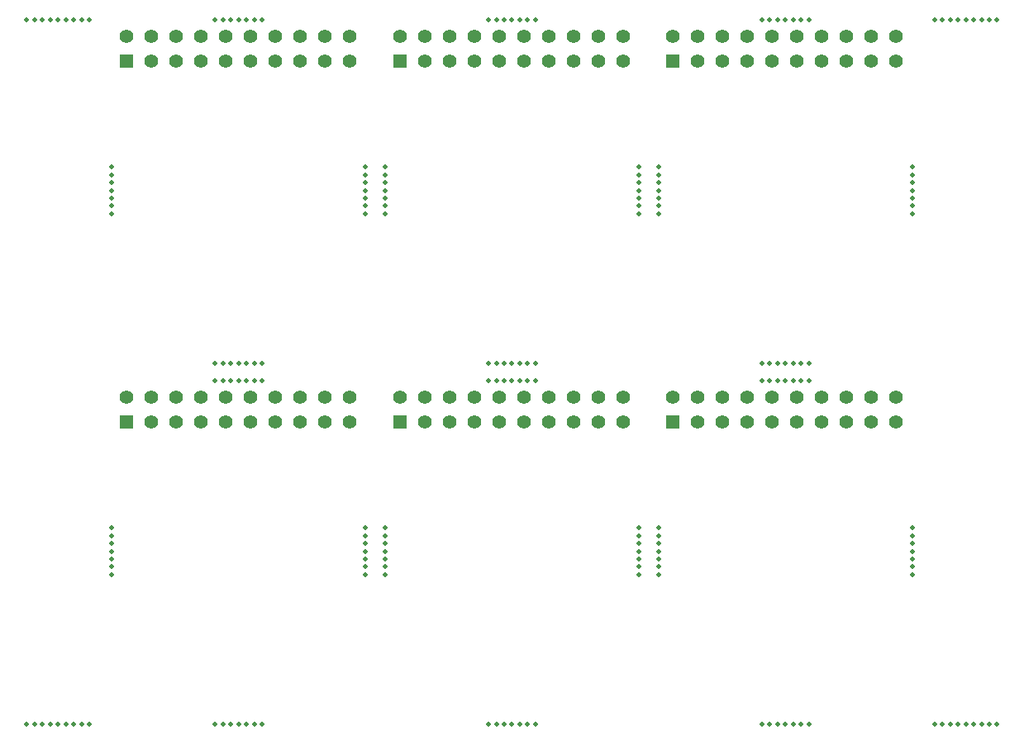
<source format=gbs>
G04 #@! TF.GenerationSoftware,KiCad,Pcbnew,8.0.8*
G04 #@! TF.CreationDate,2025-02-10T00:15:01+01:00*
G04 #@! TF.ProjectId,opl3module,6f706c33-6d6f-4647-956c-652e6b696361,1.2*
G04 #@! TF.SameCoordinates,Original*
G04 #@! TF.FileFunction,Soldermask,Bot*
G04 #@! TF.FilePolarity,Negative*
%FSLAX46Y46*%
G04 Gerber Fmt 4.6, Leading zero omitted, Abs format (unit mm)*
G04 Created by KiCad (PCBNEW 8.0.8) date 2025-02-10 00:15:01*
%MOMM*%
%LPD*%
G01*
G04 APERTURE LIST*
%ADD10C,1.397000*%
%ADD11R,1.397000X1.397000*%
%ADD12C,0.500000*%
G04 APERTURE END LIST*
D10*
X33360000Y-47730000D03*
X33360000Y-50270000D03*
X30820000Y-47730000D03*
X30820000Y-50270000D03*
X28280000Y-47730000D03*
X28280000Y-50270000D03*
X25740000Y-47730000D03*
X25740000Y-50270000D03*
X23200000Y-47730000D03*
X23200000Y-50270000D03*
X20660000Y-47730000D03*
X20660000Y-50270000D03*
X18120000Y-47730000D03*
X18120000Y-50270000D03*
X15580000Y-47730000D03*
X15580000Y-50270000D03*
X13040000Y-47730000D03*
X13040000Y-50270000D03*
X10500000Y-47730000D03*
D11*
X10500000Y-50270000D03*
D10*
X89360000Y-47730000D03*
X89360000Y-50270000D03*
X86820000Y-47730000D03*
X86820000Y-50270000D03*
X84280000Y-47730000D03*
X84280000Y-50270000D03*
X81740000Y-47730000D03*
X81740000Y-50270000D03*
X79200000Y-47730000D03*
X79200000Y-50270000D03*
X76660000Y-47730000D03*
X76660000Y-50270000D03*
X74120000Y-47730000D03*
X74120000Y-50270000D03*
X71580000Y-47730000D03*
X71580000Y-50270000D03*
X69040000Y-47730000D03*
X69040000Y-50270000D03*
X66500000Y-47730000D03*
D11*
X66500000Y-50270000D03*
D10*
X33360000Y-10730000D03*
X33360000Y-13270000D03*
X30820000Y-10730000D03*
X30820000Y-13270000D03*
X28280000Y-10730000D03*
X28280000Y-13270000D03*
X25740000Y-10730000D03*
X25740000Y-13270000D03*
X23200000Y-10730000D03*
X23200000Y-13270000D03*
X20660000Y-10730000D03*
X20660000Y-13270000D03*
X18120000Y-10730000D03*
X18120000Y-13270000D03*
X15580000Y-10730000D03*
X15580000Y-13270000D03*
X13040000Y-10730000D03*
X13040000Y-13270000D03*
X10500000Y-10730000D03*
D11*
X10500000Y-13270000D03*
D10*
X61360000Y-47730000D03*
X61360000Y-50270000D03*
X58820000Y-47730000D03*
X58820000Y-50270000D03*
X56280000Y-47730000D03*
X56280000Y-50270000D03*
X53740000Y-47730000D03*
X53740000Y-50270000D03*
X51200000Y-47730000D03*
X51200000Y-50270000D03*
X48660000Y-47730000D03*
X48660000Y-50270000D03*
X46120000Y-47730000D03*
X46120000Y-50270000D03*
X43580000Y-47730000D03*
X43580000Y-50270000D03*
X41040000Y-47730000D03*
X41040000Y-50270000D03*
X38500000Y-47730000D03*
D11*
X38500000Y-50270000D03*
D10*
X61360000Y-10730000D03*
X61360000Y-13270000D03*
X58820000Y-10730000D03*
X58820000Y-13270000D03*
X56280000Y-10730000D03*
X56280000Y-13270000D03*
X53740000Y-10730000D03*
X53740000Y-13270000D03*
X51200000Y-10730000D03*
X51200000Y-13270000D03*
X48660000Y-10730000D03*
X48660000Y-13270000D03*
X46120000Y-10730000D03*
X46120000Y-13270000D03*
X43580000Y-10730000D03*
X43580000Y-13270000D03*
X41040000Y-10730000D03*
X41040000Y-13270000D03*
X38500000Y-10730000D03*
D11*
X38500000Y-13270000D03*
D10*
X89360000Y-10730000D03*
X89360000Y-13270000D03*
X86820000Y-10730000D03*
X86820000Y-13270000D03*
X84280000Y-10730000D03*
X84280000Y-13270000D03*
X81740000Y-10730000D03*
X81740000Y-13270000D03*
X79200000Y-10730000D03*
X79200000Y-13270000D03*
X76660000Y-10730000D03*
X76660000Y-13270000D03*
X74120000Y-10730000D03*
X74120000Y-13270000D03*
X71580000Y-10730000D03*
X71580000Y-13270000D03*
X69040000Y-10730000D03*
X69040000Y-13270000D03*
X66500000Y-10730000D03*
D11*
X66500000Y-13270000D03*
D12*
X93300000Y-9000000D03*
X94100000Y-9000000D03*
X94900000Y-9000000D03*
X95700000Y-9000000D03*
X96500000Y-9000000D03*
X97300000Y-9000000D03*
X98100000Y-9000000D03*
X98900000Y-9000000D03*
X99700000Y-9000000D03*
X91000000Y-24100000D03*
X91000000Y-24900000D03*
X91000000Y-25700000D03*
X91000000Y-26500000D03*
X91000000Y-27300000D03*
X91000000Y-28100000D03*
X91000000Y-28900000D03*
X80400000Y-81200000D03*
X79600000Y-81200000D03*
X78800000Y-81200000D03*
X78000000Y-81200000D03*
X77200000Y-81200000D03*
X76400000Y-81200000D03*
X75600000Y-81200000D03*
X65000000Y-65900000D03*
X65000000Y-65100000D03*
X65000000Y-64300000D03*
X65000000Y-63500000D03*
X65000000Y-62700000D03*
X65000000Y-61900000D03*
X65000000Y-61100000D03*
X63000000Y-65900000D03*
X63000000Y-65100000D03*
X63000000Y-64300000D03*
X63000000Y-63500000D03*
X63000000Y-62700000D03*
X63000000Y-61900000D03*
X63000000Y-61100000D03*
X75600000Y-9000000D03*
X76400000Y-9000000D03*
X77200000Y-9000000D03*
X78000000Y-9000000D03*
X78800000Y-9000000D03*
X79600000Y-9000000D03*
X80400000Y-9000000D03*
X9000000Y-65900000D03*
X9000000Y-65100000D03*
X9000000Y-64300000D03*
X9000000Y-63500000D03*
X9000000Y-62700000D03*
X9000000Y-61900000D03*
X9000000Y-61100000D03*
X19600000Y-46000000D03*
X20400000Y-46000000D03*
X21200000Y-46000000D03*
X22000000Y-46000000D03*
X22800000Y-46000000D03*
X23600000Y-46000000D03*
X24400000Y-46000000D03*
X19600000Y-44200000D03*
X20400000Y-44200000D03*
X21200000Y-44200000D03*
X22000000Y-44200000D03*
X22800000Y-44200000D03*
X23600000Y-44200000D03*
X24400000Y-44200000D03*
X37000000Y-28900000D03*
X37000000Y-28100000D03*
X37000000Y-27300000D03*
X37000000Y-26500000D03*
X37000000Y-25700000D03*
X37000000Y-24900000D03*
X37000000Y-24100000D03*
X35000000Y-28900000D03*
X35000000Y-28100000D03*
X35000000Y-27300000D03*
X35000000Y-26500000D03*
X35000000Y-25700000D03*
X35000000Y-24900000D03*
X35000000Y-24100000D03*
X47600000Y-46000000D03*
X48400000Y-46000000D03*
X49200000Y-46000000D03*
X50000000Y-46000000D03*
X50800000Y-46000000D03*
X51600000Y-46000000D03*
X52400000Y-46000000D03*
X47600000Y-44200000D03*
X48400000Y-44200000D03*
X49200000Y-44200000D03*
X50000000Y-44200000D03*
X50800000Y-44200000D03*
X51600000Y-44200000D03*
X52400000Y-44200000D03*
X9000000Y-28900000D03*
X9000000Y-28100000D03*
X9000000Y-27300000D03*
X9000000Y-26500000D03*
X9000000Y-25700000D03*
X9000000Y-24900000D03*
X9000000Y-24100000D03*
X75600000Y-46000000D03*
X76400000Y-46000000D03*
X77200000Y-46000000D03*
X78000000Y-46000000D03*
X78800000Y-46000000D03*
X79600000Y-46000000D03*
X80400000Y-46000000D03*
X75600000Y-44200000D03*
X76400000Y-44200000D03*
X77200000Y-44200000D03*
X78000000Y-44200000D03*
X78800000Y-44200000D03*
X79600000Y-44200000D03*
X80400000Y-44200000D03*
X93300000Y-81200000D03*
X94100000Y-81200000D03*
X94900000Y-81200000D03*
X95700000Y-81200000D03*
X96500000Y-81200000D03*
X97300000Y-81200000D03*
X98100000Y-81200000D03*
X98900000Y-81200000D03*
X99700000Y-81200000D03*
X91000000Y-61100000D03*
X91000000Y-61900000D03*
X91000000Y-62700000D03*
X91000000Y-63500000D03*
X91000000Y-64300000D03*
X91000000Y-65100000D03*
X91000000Y-65900000D03*
X300000Y-81200000D03*
X1100000Y-81200000D03*
X1900000Y-81200000D03*
X2700000Y-81200000D03*
X3500000Y-81200000D03*
X4300000Y-81200000D03*
X5100000Y-81200000D03*
X5900000Y-81200000D03*
X6700000Y-81200000D03*
X37000000Y-65900000D03*
X37000000Y-65100000D03*
X37000000Y-64300000D03*
X37000000Y-63500000D03*
X37000000Y-62700000D03*
X37000000Y-61900000D03*
X37000000Y-61100000D03*
X35000000Y-65900000D03*
X35000000Y-65100000D03*
X35000000Y-64300000D03*
X35000000Y-63500000D03*
X35000000Y-62700000D03*
X35000000Y-61900000D03*
X35000000Y-61100000D03*
X47600000Y-9000000D03*
X48400000Y-9000000D03*
X49200000Y-9000000D03*
X50000000Y-9000000D03*
X50800000Y-9000000D03*
X51600000Y-9000000D03*
X52400000Y-9000000D03*
X19600000Y-9000000D03*
X20400000Y-9000000D03*
X21200000Y-9000000D03*
X22000000Y-9000000D03*
X22800000Y-9000000D03*
X23600000Y-9000000D03*
X24400000Y-9000000D03*
X24400000Y-81200000D03*
X23600000Y-81200000D03*
X22800000Y-81200000D03*
X22000000Y-81200000D03*
X21200000Y-81200000D03*
X20400000Y-81200000D03*
X19600000Y-81200000D03*
X300000Y-9000000D03*
X1100000Y-9000000D03*
X1900000Y-9000000D03*
X2700000Y-9000000D03*
X3500000Y-9000000D03*
X4300000Y-9000000D03*
X5100000Y-9000000D03*
X5900000Y-9000000D03*
X6700000Y-9000000D03*
X52400000Y-81200000D03*
X51600000Y-81200000D03*
X50800000Y-81200000D03*
X50000000Y-81200000D03*
X49200000Y-81200000D03*
X48400000Y-81200000D03*
X47600000Y-81200000D03*
X65000000Y-28900000D03*
X65000000Y-28100000D03*
X65000000Y-27300000D03*
X65000000Y-26500000D03*
X65000000Y-25700000D03*
X65000000Y-24900000D03*
X65000000Y-24100000D03*
X63000000Y-28900000D03*
X63000000Y-28100000D03*
X63000000Y-27300000D03*
X63000000Y-26500000D03*
X63000000Y-25700000D03*
X63000000Y-24900000D03*
X63000000Y-24100000D03*
M02*

</source>
